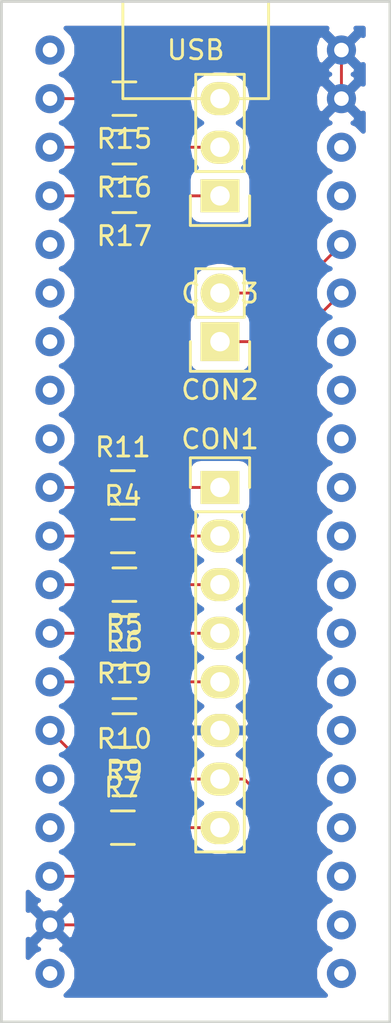
<source format=kicad_pcb>
(kicad_pcb (version 20171130) (host pcbnew 6.0.0-rc1-unknown-4eece52~66~ubuntu16.04.1)

  (general
    (thickness 1.6)
    (drawings 4)
    (tracks 40)
    (zones 0)
    (modules 15)
    (nets 24)
  )

  (page A4)
  (layers
    (0 F.Cu signal)
    (31 B.Cu signal)
    (32 B.Adhes user)
    (33 F.Adhes user)
    (34 B.Paste user)
    (35 F.Paste user)
    (36 B.SilkS user)
    (37 F.SilkS user)
    (38 B.Mask user)
    (39 F.Mask user)
    (40 Dwgs.User user)
    (41 Cmts.User user)
    (42 Eco1.User user)
    (43 Eco2.User user)
    (44 Edge.Cuts user)
    (45 Margin user)
    (46 B.CrtYd user)
    (47 F.CrtYd user)
    (48 B.Fab user)
    (49 F.Fab user)
  )

  (setup
    (last_trace_width 0.15)
    (trace_clearance 0.2)
    (zone_clearance 0.508)
    (zone_45_only no)
    (trace_min 0.1)
    (via_size 0.8)
    (via_drill 0.4)
    (via_min_size 0.4)
    (via_min_drill 0.3)
    (uvia_size 0.3)
    (uvia_drill 0.1)
    (uvias_allowed no)
    (uvia_min_size 0.2)
    (uvia_min_drill 0.1)
    (edge_width 0.4)
    (segment_width 0.2)
    (pcb_text_width 0.3)
    (pcb_text_size 1.5 1.5)
    (mod_edge_width 0.15)
    (mod_text_size 1 1)
    (mod_text_width 0.15)
    (pad_size 1.524 1.524)
    (pad_drill 0.762)
    (pad_to_mask_clearance 0.2)
    (solder_mask_min_width 0.25)
    (aux_axis_origin 0 0)
    (visible_elements FFFDFF7F)
    (pcbplotparams
      (layerselection 0x010fc_ffffffff)
      (usegerberextensions false)
      (usegerberattributes false)
      (usegerberadvancedattributes false)
      (creategerberjobfile false)
      (excludeedgelayer true)
      (linewidth 0.050000)
      (plotframeref false)
      (viasonmask false)
      (mode 1)
      (useauxorigin false)
      (hpglpennumber 1)
      (hpglpenspeed 20)
      (hpglpendiameter 15.000000)
      (psnegative false)
      (psa4output false)
      (plotreference true)
      (plotvalue true)
      (plotinvisibletext false)
      (padsonsilk false)
      (subtractmaskfromsilk false)
      (outputformat 1)
      (mirror false)
      (drillshape 0)
      (scaleselection 1)
      (outputdirectory ""))
  )

  (net 0 "")
  (net 1 /SCL_TO_TDA)
  (net 2 /SDA_TO_TDA)
  (net 3 /RESET_KA)
  (net 4 /STATUS_FROM_MCU)
  (net 5 /CLOCK_FROM_MCU)
  (net 6 /DATA_FROM_MCU)
  (net 7 /STATUS_TO_PANEL)
  (net 8 /DATA_TO_PANEL)
  (net 9 /CLOCK_TO_PANEL)
  (net 10 "Net-(R4-Pad1)")
  (net 11 "Net-(R5-Pad2)")
  (net 12 "Net-(R6-Pad1)")
  (net 13 "Net-(R10-Pad1)")
  (net 14 5V)
  (net 15 "Net-(R11-Pad1)")
  (net 16 "Net-(R15-Pad2)")
  (net 17 "Net-(R16-Pad2)")
  (net 18 "Net-(R17-Pad2)")
  (net 19 "Net-(R19-Pad2)")
  (net 20 "Net-(U1-Pad3V3)")
  (net 21 GND)
  (net 22 /SCL_FROM_MOTO)
  (net 23 /SDA_FROM_MOTO)

  (net_class Default "This is the default net class."
    (clearance 0.2)
    (trace_width 0.15)
    (via_dia 0.8)
    (via_drill 0.4)
    (uvia_dia 0.3)
    (uvia_drill 0.1)
    (add_net /CLOCK_FROM_MCU)
    (add_net /CLOCK_TO_PANEL)
    (add_net /DATA_FROM_MCU)
    (add_net /DATA_TO_PANEL)
    (add_net /RESET_KA)
    (add_net /SCL_FROM_MOTO)
    (add_net /SCL_TO_TDA)
    (add_net /SDA_FROM_MOTO)
    (add_net /SDA_TO_TDA)
    (add_net /STATUS_FROM_MCU)
    (add_net /STATUS_TO_PANEL)
    (add_net 5V)
    (add_net GND)
    (add_net "Net-(R10-Pad1)")
    (add_net "Net-(R11-Pad1)")
    (add_net "Net-(R15-Pad2)")
    (add_net "Net-(R16-Pad2)")
    (add_net "Net-(R17-Pad2)")
    (add_net "Net-(R19-Pad2)")
    (add_net "Net-(R4-Pad1)")
    (add_net "Net-(R5-Pad2)")
    (add_net "Net-(R6-Pad1)")
    (add_net "Net-(U1-Pad3V3)")
  )

  (net_class 3v3 ""
    (clearance 0.2)
    (trace_width 0.3)
    (via_dia 0.8)
    (via_drill 0.4)
    (uvia_dia 0.3)
    (uvia_drill 0.1)
  )

  (net_class 5V ""
    (clearance 0.2)
    (trace_width 0.3)
    (via_dia 0.8)
    (via_drill 0.4)
    (uvia_dia 0.3)
    (uvia_drill 0.1)
  )

  (net_class GND ""
    (clearance 0.2)
    (trace_width 0.3)
    (via_dia 0.8)
    (via_drill 0.4)
    (uvia_dia 0.3)
    (uvia_drill 0.1)
  )

  (module chinabluepill:ChinaBluePill (layer F.Cu) (tedit 5BA23A97) (tstamp 5BA3B3AB)
    (at 116.84 121.92)
    (path /5BA26621)
    (fp_text reference U1 (at 7.62 -25.4) (layer F.SilkS) hide
      (effects (font (size 1 1) (thickness 0.15)))
    )
    (fp_text value ChinaBluePill (at 7.62 -28.194) (layer F.Fab) hide
      (effects (font (size 1 1) (thickness 0.15)))
    )
    (fp_line (start -2.54 -50.8) (end 17.78 -50.8) (layer F.SilkS) (width 0.15))
    (fp_line (start 17.78 -50.8) (end 17.78 2.54) (layer F.SilkS) (width 0.15))
    (fp_line (start 17.78 2.54) (end -2.54 2.54) (layer F.SilkS) (width 0.15))
    (fp_line (start -2.54 2.54) (end -2.54 -50.8) (layer F.SilkS) (width 0.15))
    (fp_line (start 3.81 -50.8) (end 3.81 -45.72) (layer F.SilkS) (width 0.15))
    (fp_line (start 3.81 -45.72) (end 11.43 -45.72) (layer F.SilkS) (width 0.15))
    (fp_line (start 11.43 -45.72) (end 11.43 -50.8) (layer F.SilkS) (width 0.15))
    (fp_text user USB (at 7.62 -48.26) (layer F.SilkS)
      (effects (font (size 1 1) (thickness 0.15)))
    )
    (pad 3V3 thru_hole circle (at 0 0 90) (size 1.524 1.524) (drill 0.762) (layers *.Cu *.Mask)
      (net 20 "Net-(U1-Pad3V3)"))
    (pad GND thru_hole circle (at 0 -2.54 90) (size 1.524 1.524) (drill 0.762) (layers *.Cu *.Mask)
      (net 21 GND))
    (pad PB9 thru_hole circle (at 0 -7.62 90) (size 1.524 1.524) (drill 0.762) (layers *.Cu *.Mask))
    (pad PB8 thru_hole circle (at 0 -10.16 90) (size 1.524 1.524) (drill 0.762) (layers *.Cu *.Mask))
    (pad 5V thru_hole circle (at 0 -5.08 90) (size 1.524 1.524) (drill 0.762) (layers *.Cu *.Mask)
      (net 14 5V))
    (pad PB7 thru_hole circle (at 0 -12.7 90) (size 1.524 1.524) (drill 0.762) (layers *.Cu *.Mask)
      (net 13 "Net-(R10-Pad1)"))
    (pad PB6 thru_hole circle (at 0 -15.24 90) (size 1.524 1.524) (drill 0.762) (layers *.Cu *.Mask)
      (net 12 "Net-(R6-Pad1)"))
    (pad PB4 thru_hole circle (at 0 -20.32 90) (size 1.524 1.524) (drill 0.762) (layers *.Cu *.Mask)
      (net 11 "Net-(R5-Pad2)"))
    (pad PB5 thru_hole circle (at 0 -17.78 90) (size 1.524 1.524) (drill 0.762) (layers *.Cu *.Mask)
      (net 19 "Net-(R19-Pad2)"))
    (pad PB3 thru_hole circle (at 0 -22.86 90) (size 1.524 1.524) (drill 0.762) (layers *.Cu *.Mask)
      (net 10 "Net-(R4-Pad1)"))
    (pad PA15 thru_hole circle (at 0 -25.4 90) (size 1.524 1.524) (drill 0.762) (layers *.Cu *.Mask)
      (net 15 "Net-(R11-Pad1)"))
    (pad PA12 thru_hole circle (at 0 -27.94 90) (size 1.524 1.524) (drill 0.762) (layers *.Cu *.Mask))
    (pad PA10 thru_hole circle (at 0 -33.02 90) (size 1.524 1.524) (drill 0.762) (layers *.Cu *.Mask))
    (pad PA9 thru_hole circle (at 0 -35.56 90) (size 1.524 1.524) (drill 0.762) (layers *.Cu *.Mask))
    (pad PA11 thru_hole circle (at 0 -30.48 90) (size 1.524 1.524) (drill 0.762) (layers *.Cu *.Mask))
    (pad PA8 thru_hole circle (at 0 -38.1 90) (size 1.524 1.524) (drill 0.762) (layers *.Cu *.Mask))
    (pad PB15 thru_hole circle (at 0 -40.64 90) (size 1.524 1.524) (drill 0.762) (layers *.Cu *.Mask)
      (net 18 "Net-(R17-Pad2)"))
    (pad PB14 thru_hole circle (at 0 -43.18 90) (size 1.524 1.524) (drill 0.762) (layers *.Cu *.Mask)
      (net 17 "Net-(R16-Pad2)"))
    (pad PB13 thru_hole circle (at 0 -45.72 90) (size 1.524 1.524) (drill 0.762) (layers *.Cu *.Mask)
      (net 16 "Net-(R15-Pad2)"))
    (pad PB12 thru_hole circle (at 0 -48.26 90) (size 1.524 1.524) (drill 0.762) (layers *.Cu *.Mask))
    (pad PB0 thru_hole circle (at 15.24 -30.48 90) (size 1.524 1.524) (drill 0.762) (layers *.Cu *.Mask))
    (pad VBAT thru_hole circle (at 15.24 0 90) (size 1.524 1.524) (drill 0.762) (layers *.Cu *.Mask))
    (pad PA7 thru_hole circle (at 15.24 -27.94 90) (size 1.524 1.524) (drill 0.762) (layers *.Cu *.Mask))
    (pad PC13 thru_hole circle (at 15.24 -2.54 90) (size 1.524 1.524) (drill 0.762) (layers *.Cu *.Mask))
    (pad PA2 thru_hole circle (at 15.24 -15.24 90) (size 1.524 1.524) (drill 0.762) (layers *.Cu *.Mask))
    (pad PA0 thru_hole circle (at 15.24 -10.16 90) (size 1.524 1.524) (drill 0.762) (layers *.Cu *.Mask))
    (pad PC14 thru_hole circle (at 15.24 -5.08 90) (size 1.524 1.524) (drill 0.762) (layers *.Cu *.Mask))
    (pad PB1 thru_hole circle (at 15.24 -33.02 90) (size 1.524 1.524) (drill 0.762) (layers *.Cu *.Mask))
    (pad PA1 thru_hole circle (at 15.24 -12.7 90) (size 1.524 1.524) (drill 0.762) (layers *.Cu *.Mask))
    (pad PA6 thru_hole circle (at 15.24 -25.4 90) (size 1.524 1.524) (drill 0.762) (layers *.Cu *.Mask))
    (pad PA4 thru_hole circle (at 15.24 -20.32 90) (size 1.524 1.524) (drill 0.762) (layers *.Cu *.Mask))
    (pad 3V3 thru_hole circle (at 15.24 -43.18 90) (size 1.524 1.524) (drill 0.762) (layers *.Cu *.Mask)
      (net 20 "Net-(U1-Pad3V3)"))
    (pad PB11 thru_hole circle (at 15.24 -38.1 90) (size 1.524 1.524) (drill 0.762) (layers *.Cu *.Mask)
      (net 2 /SDA_TO_TDA))
    (pad NRST thru_hole circle (at 15.24 -40.64 90) (size 1.524 1.524) (drill 0.762) (layers *.Cu *.Mask))
    (pad PA5 thru_hole circle (at 15.24 -22.86 90) (size 1.524 1.524) (drill 0.762) (layers *.Cu *.Mask))
    (pad GND thru_hole circle (at 15.24 -45.72 90) (size 1.524 1.524) (drill 0.762) (layers *.Cu *.Mask)
      (net 21 GND))
    (pad PC15 thru_hole circle (at 15.24 -7.62 90) (size 1.524 1.524) (drill 0.762) (layers *.Cu *.Mask))
    (pad PA3 thru_hole circle (at 15.24 -17.78 90) (size 1.524 1.524) (drill 0.762) (layers *.Cu *.Mask))
    (pad PB10 thru_hole circle (at 15.24 -35.56 90) (size 1.524 1.524) (drill 0.762) (layers *.Cu *.Mask)
      (net 1 /SCL_TO_TDA))
    (pad GND thru_hole circle (at 15.24 -48.26 90) (size 1.524 1.524) (drill 0.762) (layers *.Cu *.Mask)
      (net 21 GND))
  )

  (module Pin_Headers.pretty:Pin_Header_Straight_1x02 (layer F.Cu) (tedit 54EA090C) (tstamp 5BA3AE63)
    (at 125.73 88.9 180)
    (descr "Through hole pin header")
    (tags "pin header")
    (path /5AD00379)
    (fp_text reference CON1 (at 0 -5.1 180) (layer F.SilkS)
      (effects (font (size 1 1) (thickness 0.15)))
    )
    (fp_text value I2C_to_TDA (at 0 -3.1 180) (layer F.Fab)
      (effects (font (size 1 1) (thickness 0.15)))
    )
    (fp_line (start 1.27 1.27) (end 1.27 3.81) (layer F.SilkS) (width 0.15))
    (fp_line (start 1.55 -1.55) (end 1.55 0) (layer F.SilkS) (width 0.15))
    (fp_line (start -1.75 -1.75) (end -1.75 4.3) (layer F.CrtYd) (width 0.05))
    (fp_line (start 1.75 -1.75) (end 1.75 4.3) (layer F.CrtYd) (width 0.05))
    (fp_line (start -1.75 -1.75) (end 1.75 -1.75) (layer F.CrtYd) (width 0.05))
    (fp_line (start -1.75 4.3) (end 1.75 4.3) (layer F.CrtYd) (width 0.05))
    (fp_line (start 1.27 1.27) (end -1.27 1.27) (layer F.SilkS) (width 0.15))
    (fp_line (start -1.55 0) (end -1.55 -1.55) (layer F.SilkS) (width 0.15))
    (fp_line (start -1.55 -1.55) (end 1.55 -1.55) (layer F.SilkS) (width 0.15))
    (fp_line (start -1.27 1.27) (end -1.27 3.81) (layer F.SilkS) (width 0.15))
    (fp_line (start -1.27 3.81) (end 1.27 3.81) (layer F.SilkS) (width 0.15))
    (pad 1 thru_hole rect (at 0 0 180) (size 2.032 2.032) (drill 1.016) (layers *.Cu *.Mask F.SilkS)
      (net 1 /SCL_TO_TDA))
    (pad 2 thru_hole oval (at 0 2.54 180) (size 2.032 2.032) (drill 1.016) (layers *.Cu *.Mask F.SilkS)
      (net 2 /SDA_TO_TDA))
    (model Pin_Headers.3dshapes/Pin_Header_Straight_1x02.wrl
      (offset (xyz 0 -1.269999980926514 0))
      (scale (xyz 1 1 1))
      (rotate (xyz 0 0 90))
    )
  )

  (module Pin_Headers.pretty:Pin_Header_Straight_1x03 (layer F.Cu) (tedit 0) (tstamp 5BA3AE88)
    (at 125.73 81.28 180)
    (descr "Through hole pin header")
    (tags "pin header")
    (path /5ADF8417)
    (fp_text reference CON3 (at 0 -5.1 180) (layer F.SilkS)
      (effects (font (size 1 1) (thickness 0.15)))
    )
    (fp_text value SPI_TO_PANEL (at 0 -3.1 180) (layer F.Fab)
      (effects (font (size 1 1) (thickness 0.15)))
    )
    (fp_line (start -1.75 -1.75) (end -1.75 6.85) (layer F.CrtYd) (width 0.05))
    (fp_line (start 1.75 -1.75) (end 1.75 6.85) (layer F.CrtYd) (width 0.05))
    (fp_line (start -1.75 -1.75) (end 1.75 -1.75) (layer F.CrtYd) (width 0.05))
    (fp_line (start -1.75 6.85) (end 1.75 6.85) (layer F.CrtYd) (width 0.05))
    (fp_line (start -1.27 1.27) (end -1.27 6.35) (layer F.SilkS) (width 0.15))
    (fp_line (start -1.27 6.35) (end 1.27 6.35) (layer F.SilkS) (width 0.15))
    (fp_line (start 1.27 6.35) (end 1.27 1.27) (layer F.SilkS) (width 0.15))
    (fp_line (start 1.55 -1.55) (end 1.55 0) (layer F.SilkS) (width 0.15))
    (fp_line (start 1.27 1.27) (end -1.27 1.27) (layer F.SilkS) (width 0.15))
    (fp_line (start -1.55 0) (end -1.55 -1.55) (layer F.SilkS) (width 0.15))
    (fp_line (start -1.55 -1.55) (end 1.55 -1.55) (layer F.SilkS) (width 0.15))
    (pad 1 thru_hole rect (at 0 0 180) (size 2.032 1.7272) (drill 1.016) (layers *.Cu *.Mask F.SilkS)
      (net 7 /STATUS_TO_PANEL))
    (pad 2 thru_hole oval (at 0 2.54 180) (size 2.032 1.7272) (drill 1.016) (layers *.Cu *.Mask F.SilkS)
      (net 8 /DATA_TO_PANEL))
    (pad 3 thru_hole oval (at 0 5.08 180) (size 2.032 1.7272) (drill 1.016) (layers *.Cu *.Mask F.SilkS)
      (net 9 /CLOCK_TO_PANEL))
    (model Pin_Headers.3dshapes/Pin_Header_Straight_1x03.wrl
      (offset (xyz 0 -2.539999961853027 0))
      (scale (xyz 1 1 1))
      (rotate (xyz 0 0 90))
    )
  )

  (module Resistors_SMD.pretty:R_0805_HandSoldering (layer F.Cu) (tedit 54189DEE) (tstamp 5BA3B916)
    (at 120.65 99.06)
    (descr "Resistor SMD 0805, hand soldering")
    (tags "resistor 0805")
    (path /5AD026E6)
    (attr smd)
    (fp_text reference R4 (at 0 -2.1) (layer F.SilkS)
      (effects (font (size 1 1) (thickness 0.15)))
    )
    (fp_text value 1k (at 0 2.1) (layer F.Fab)
      (effects (font (size 1 1) (thickness 0.15)))
    )
    (fp_line (start -0.6 -0.875) (end 0.6 -0.875) (layer F.SilkS) (width 0.15))
    (fp_line (start 0.6 0.875) (end -0.6 0.875) (layer F.SilkS) (width 0.15))
    (fp_line (start 2.4 -1) (end 2.4 1) (layer F.CrtYd) (width 0.05))
    (fp_line (start -2.4 -1) (end -2.4 1) (layer F.CrtYd) (width 0.05))
    (fp_line (start -2.4 1) (end 2.4 1) (layer F.CrtYd) (width 0.05))
    (fp_line (start -2.4 -1) (end 2.4 -1) (layer F.CrtYd) (width 0.05))
    (pad 2 smd rect (at 1.35 0) (size 1.5 1.3) (layers F.Cu F.Paste F.Mask)
      (net 5 /CLOCK_FROM_MCU))
    (pad 1 smd rect (at -1.35 0) (size 1.5 1.3) (layers F.Cu F.Paste F.Mask)
      (net 10 "Net-(R4-Pad1)"))
    (model Resistors_SMD.3dshapes/R_0805_HandSoldering.wrl
      (at (xyz 0 0 0))
      (scale (xyz 1 1 1))
      (rotate (xyz 0 0 0))
    )
  )

  (module Resistors_SMD.pretty:R_0805_HandSoldering (layer F.Cu) (tedit 54189DEE) (tstamp 5BA3AEA0)
    (at 120.73 101.6 180)
    (descr "Resistor SMD 0805, hand soldering")
    (tags "resistor 0805")
    (path /5AD033F9)
    (attr smd)
    (fp_text reference R5 (at 0 -2.1 180) (layer F.SilkS)
      (effects (font (size 1 1) (thickness 0.15)))
    )
    (fp_text value 1k (at 0 2.1 180) (layer F.Fab)
      (effects (font (size 1 1) (thickness 0.15)))
    )
    (fp_line (start -2.4 -1) (end 2.4 -1) (layer F.CrtYd) (width 0.05))
    (fp_line (start -2.4 1) (end 2.4 1) (layer F.CrtYd) (width 0.05))
    (fp_line (start -2.4 -1) (end -2.4 1) (layer F.CrtYd) (width 0.05))
    (fp_line (start 2.4 -1) (end 2.4 1) (layer F.CrtYd) (width 0.05))
    (fp_line (start 0.6 0.875) (end -0.6 0.875) (layer F.SilkS) (width 0.15))
    (fp_line (start -0.6 -0.875) (end 0.6 -0.875) (layer F.SilkS) (width 0.15))
    (pad 1 smd rect (at -1.35 0 180) (size 1.5 1.3) (layers F.Cu F.Paste F.Mask)
      (net 6 /DATA_FROM_MCU))
    (pad 2 smd rect (at 1.35 0 180) (size 1.5 1.3) (layers F.Cu F.Paste F.Mask)
      (net 11 "Net-(R5-Pad2)"))
    (model Resistors_SMD.3dshapes/R_0805_HandSoldering.wrl
      (at (xyz 0 0 0))
      (scale (xyz 1 1 1))
      (rotate (xyz 0 0 0))
    )
  )

  (module Resistors_SMD.pretty:R_0805_HandSoldering (layer F.Cu) (tedit 54189DEE) (tstamp 5BA3AEAC)
    (at 120.73 106.68)
    (descr "Resistor SMD 0805, hand soldering")
    (tags "resistor 0805")
    (path /5AD00BD8)
    (attr smd)
    (fp_text reference R6 (at 0 -2.1) (layer F.SilkS)
      (effects (font (size 1 1) (thickness 0.15)))
    )
    (fp_text value 1k (at 0 2.1) (layer F.Fab)
      (effects (font (size 1 1) (thickness 0.15)))
    )
    (fp_line (start -2.4 -1) (end 2.4 -1) (layer F.CrtYd) (width 0.05))
    (fp_line (start -2.4 1) (end 2.4 1) (layer F.CrtYd) (width 0.05))
    (fp_line (start -2.4 -1) (end -2.4 1) (layer F.CrtYd) (width 0.05))
    (fp_line (start 2.4 -1) (end 2.4 1) (layer F.CrtYd) (width 0.05))
    (fp_line (start 0.6 0.875) (end -0.6 0.875) (layer F.SilkS) (width 0.15))
    (fp_line (start -0.6 -0.875) (end 0.6 -0.875) (layer F.SilkS) (width 0.15))
    (pad 1 smd rect (at -1.35 0) (size 1.5 1.3) (layers F.Cu F.Paste F.Mask)
      (net 12 "Net-(R6-Pad1)"))
    (pad 2 smd rect (at 1.35 0) (size 1.5 1.3) (layers F.Cu F.Paste F.Mask)
      (net 22 /SCL_FROM_MOTO))
    (model Resistors_SMD.3dshapes/R_0805_HandSoldering.wrl
      (at (xyz 0 0 0))
      (scale (xyz 1 1 1))
      (rotate (xyz 0 0 0))
    )
  )

  (module Resistors_SMD.pretty:R_0805_HandSoldering (layer F.Cu) (tedit 54189DEE) (tstamp 5BA3AEB8)
    (at 120.65 114.3)
    (descr "Resistor SMD 0805, hand soldering")
    (tags "resistor 0805")
    (path /5AD00C73)
    (attr smd)
    (fp_text reference R7 (at 0 -2.1) (layer F.SilkS)
      (effects (font (size 1 1) (thickness 0.15)))
    )
    (fp_text value 1k (at 0 2.1) (layer F.Fab)
      (effects (font (size 1 1) (thickness 0.15)))
    )
    (fp_line (start -0.6 -0.875) (end 0.6 -0.875) (layer F.SilkS) (width 0.15))
    (fp_line (start 0.6 0.875) (end -0.6 0.875) (layer F.SilkS) (width 0.15))
    (fp_line (start 2.4 -1) (end 2.4 1) (layer F.CrtYd) (width 0.05))
    (fp_line (start -2.4 -1) (end -2.4 1) (layer F.CrtYd) (width 0.05))
    (fp_line (start -2.4 1) (end 2.4 1) (layer F.CrtYd) (width 0.05))
    (fp_line (start -2.4 -1) (end 2.4 -1) (layer F.CrtYd) (width 0.05))
    (pad 2 smd rect (at 1.35 0) (size 1.5 1.3) (layers F.Cu F.Paste F.Mask)
      (net 23 /SDA_FROM_MOTO))
    (pad 1 smd rect (at -1.35 0) (size 1.5 1.3) (layers F.Cu F.Paste F.Mask)
      (net 13 "Net-(R10-Pad1)"))
    (model Resistors_SMD.3dshapes/R_0805_HandSoldering.wrl
      (at (xyz 0 0 0))
      (scale (xyz 1 1 1))
      (rotate (xyz 0 0 0))
    )
  )

  (module Resistors_SMD.pretty:R_0805_HandSoldering (layer F.Cu) (tedit 54189DEE) (tstamp 5BA3AEC4)
    (at 120.73 109.22 180)
    (descr "Resistor SMD 0805, hand soldering")
    (tags "resistor 0805")
    (path /5AD018B6)
    (attr smd)
    (fp_text reference R9 (at 0 -2.1 180) (layer F.SilkS)
      (effects (font (size 1 1) (thickness 0.15)))
    )
    (fp_text value 47k (at 0 2.1 180) (layer F.Fab)
      (effects (font (size 1 1) (thickness 0.15)))
    )
    (fp_line (start -2.4 -1) (end 2.4 -1) (layer F.CrtYd) (width 0.05))
    (fp_line (start -2.4 1) (end 2.4 1) (layer F.CrtYd) (width 0.05))
    (fp_line (start -2.4 -1) (end -2.4 1) (layer F.CrtYd) (width 0.05))
    (fp_line (start 2.4 -1) (end 2.4 1) (layer F.CrtYd) (width 0.05))
    (fp_line (start 0.6 0.875) (end -0.6 0.875) (layer F.SilkS) (width 0.15))
    (fp_line (start -0.6 -0.875) (end 0.6 -0.875) (layer F.SilkS) (width 0.15))
    (pad 1 smd rect (at -1.35 0 180) (size 1.5 1.3) (layers F.Cu F.Paste F.Mask)
      (net 14 5V))
    (pad 2 smd rect (at 1.35 0 180) (size 1.5 1.3) (layers F.Cu F.Paste F.Mask)
      (net 12 "Net-(R6-Pad1)"))
    (model Resistors_SMD.3dshapes/R_0805_HandSoldering.wrl
      (at (xyz 0 0 0))
      (scale (xyz 1 1 1))
      (rotate (xyz 0 0 0))
    )
  )

  (module Resistors_SMD.pretty:R_0805_HandSoldering (layer F.Cu) (tedit 54189DEE) (tstamp 5BA3AED0)
    (at 120.73 111.76)
    (descr "Resistor SMD 0805, hand soldering")
    (tags "resistor 0805")
    (path /5AD0191E)
    (attr smd)
    (fp_text reference R10 (at 0 -2.1) (layer F.SilkS)
      (effects (font (size 1 1) (thickness 0.15)))
    )
    (fp_text value 47k (at 0 2.1) (layer F.Fab)
      (effects (font (size 1 1) (thickness 0.15)))
    )
    (fp_line (start -0.6 -0.875) (end 0.6 -0.875) (layer F.SilkS) (width 0.15))
    (fp_line (start 0.6 0.875) (end -0.6 0.875) (layer F.SilkS) (width 0.15))
    (fp_line (start 2.4 -1) (end 2.4 1) (layer F.CrtYd) (width 0.05))
    (fp_line (start -2.4 -1) (end -2.4 1) (layer F.CrtYd) (width 0.05))
    (fp_line (start -2.4 1) (end 2.4 1) (layer F.CrtYd) (width 0.05))
    (fp_line (start -2.4 -1) (end 2.4 -1) (layer F.CrtYd) (width 0.05))
    (pad 2 smd rect (at 1.35 0) (size 1.5 1.3) (layers F.Cu F.Paste F.Mask)
      (net 14 5V))
    (pad 1 smd rect (at -1.35 0) (size 1.5 1.3) (layers F.Cu F.Paste F.Mask)
      (net 13 "Net-(R10-Pad1)"))
    (model Resistors_SMD.3dshapes/R_0805_HandSoldering.wrl
      (at (xyz 0 0 0))
      (scale (xyz 1 1 1))
      (rotate (xyz 0 0 0))
    )
  )

  (module Resistors_SMD.pretty:R_0805_HandSoldering (layer F.Cu) (tedit 54189DEE) (tstamp 5BA3AEDC)
    (at 120.65 96.52)
    (descr "Resistor SMD 0805, hand soldering")
    (tags "resistor 0805")
    (path /5AD0203D)
    (attr smd)
    (fp_text reference R11 (at 0 -2.1) (layer F.SilkS)
      (effects (font (size 1 1) (thickness 0.15)))
    )
    (fp_text value 1k (at 0 2.1) (layer F.Fab)
      (effects (font (size 1 1) (thickness 0.15)))
    )
    (fp_line (start -2.4 -1) (end 2.4 -1) (layer F.CrtYd) (width 0.05))
    (fp_line (start -2.4 1) (end 2.4 1) (layer F.CrtYd) (width 0.05))
    (fp_line (start -2.4 -1) (end -2.4 1) (layer F.CrtYd) (width 0.05))
    (fp_line (start 2.4 -1) (end 2.4 1) (layer F.CrtYd) (width 0.05))
    (fp_line (start 0.6 0.875) (end -0.6 0.875) (layer F.SilkS) (width 0.15))
    (fp_line (start -0.6 -0.875) (end 0.6 -0.875) (layer F.SilkS) (width 0.15))
    (pad 1 smd rect (at -1.35 0) (size 1.5 1.3) (layers F.Cu F.Paste F.Mask)
      (net 15 "Net-(R11-Pad1)"))
    (pad 2 smd rect (at 1.35 0) (size 1.5 1.3) (layers F.Cu F.Paste F.Mask)
      (net 4 /STATUS_FROM_MCU))
    (model Resistors_SMD.3dshapes/R_0805_HandSoldering.wrl
      (at (xyz 0 0 0))
      (scale (xyz 1 1 1))
      (rotate (xyz 0 0 0))
    )
  )

  (module Resistors_SMD.pretty:R_0805_HandSoldering (layer F.Cu) (tedit 54189DEE) (tstamp 5BA3AEE8)
    (at 120.73 76.2 180)
    (descr "Resistor SMD 0805, hand soldering")
    (tags "resistor 0805")
    (path /5AE4CC42)
    (attr smd)
    (fp_text reference R15 (at 0 -2.1 180) (layer F.SilkS)
      (effects (font (size 1 1) (thickness 0.15)))
    )
    (fp_text value 1k (at 0 2.1 180) (layer F.Fab)
      (effects (font (size 1 1) (thickness 0.15)))
    )
    (fp_line (start -0.6 -0.875) (end 0.6 -0.875) (layer F.SilkS) (width 0.15))
    (fp_line (start 0.6 0.875) (end -0.6 0.875) (layer F.SilkS) (width 0.15))
    (fp_line (start 2.4 -1) (end 2.4 1) (layer F.CrtYd) (width 0.05))
    (fp_line (start -2.4 -1) (end -2.4 1) (layer F.CrtYd) (width 0.05))
    (fp_line (start -2.4 1) (end 2.4 1) (layer F.CrtYd) (width 0.05))
    (fp_line (start -2.4 -1) (end 2.4 -1) (layer F.CrtYd) (width 0.05))
    (pad 2 smd rect (at 1.35 0 180) (size 1.5 1.3) (layers F.Cu F.Paste F.Mask)
      (net 16 "Net-(R15-Pad2)"))
    (pad 1 smd rect (at -1.35 0 180) (size 1.5 1.3) (layers F.Cu F.Paste F.Mask)
      (net 9 /CLOCK_TO_PANEL))
    (model Resistors_SMD.3dshapes/R_0805_HandSoldering.wrl
      (at (xyz 0 0 0))
      (scale (xyz 1 1 1))
      (rotate (xyz 0 0 0))
    )
  )

  (module Resistors_SMD.pretty:R_0805_HandSoldering (layer F.Cu) (tedit 54189DEE) (tstamp 5BA3AEF4)
    (at 120.73 78.74 180)
    (descr "Resistor SMD 0805, hand soldering")
    (tags "resistor 0805")
    (path /5AE4CCFC)
    (attr smd)
    (fp_text reference R16 (at 0 -2.1 180) (layer F.SilkS)
      (effects (font (size 1 1) (thickness 0.15)))
    )
    (fp_text value 1k (at 0 2.1 180) (layer F.Fab)
      (effects (font (size 1 1) (thickness 0.15)))
    )
    (fp_line (start -2.4 -1) (end 2.4 -1) (layer F.CrtYd) (width 0.05))
    (fp_line (start -2.4 1) (end 2.4 1) (layer F.CrtYd) (width 0.05))
    (fp_line (start -2.4 -1) (end -2.4 1) (layer F.CrtYd) (width 0.05))
    (fp_line (start 2.4 -1) (end 2.4 1) (layer F.CrtYd) (width 0.05))
    (fp_line (start 0.6 0.875) (end -0.6 0.875) (layer F.SilkS) (width 0.15))
    (fp_line (start -0.6 -0.875) (end 0.6 -0.875) (layer F.SilkS) (width 0.15))
    (pad 1 smd rect (at -1.35 0 180) (size 1.5 1.3) (layers F.Cu F.Paste F.Mask)
      (net 8 /DATA_TO_PANEL))
    (pad 2 smd rect (at 1.35 0 180) (size 1.5 1.3) (layers F.Cu F.Paste F.Mask)
      (net 17 "Net-(R16-Pad2)"))
    (model Resistors_SMD.3dshapes/R_0805_HandSoldering.wrl
      (at (xyz 0 0 0))
      (scale (xyz 1 1 1))
      (rotate (xyz 0 0 0))
    )
  )

  (module Resistors_SMD.pretty:R_0805_HandSoldering (layer F.Cu) (tedit 54189DEE) (tstamp 5BA3AF00)
    (at 120.73 81.28 180)
    (descr "Resistor SMD 0805, hand soldering")
    (tags "resistor 0805")
    (path /5AE4CD58)
    (attr smd)
    (fp_text reference R17 (at 0 -2.1 180) (layer F.SilkS)
      (effects (font (size 1 1) (thickness 0.15)))
    )
    (fp_text value 1k (at 0 2.1 180) (layer F.Fab)
      (effects (font (size 1 1) (thickness 0.15)))
    )
    (fp_line (start -0.6 -0.875) (end 0.6 -0.875) (layer F.SilkS) (width 0.15))
    (fp_line (start 0.6 0.875) (end -0.6 0.875) (layer F.SilkS) (width 0.15))
    (fp_line (start 2.4 -1) (end 2.4 1) (layer F.CrtYd) (width 0.05))
    (fp_line (start -2.4 -1) (end -2.4 1) (layer F.CrtYd) (width 0.05))
    (fp_line (start -2.4 1) (end 2.4 1) (layer F.CrtYd) (width 0.05))
    (fp_line (start -2.4 -1) (end 2.4 -1) (layer F.CrtYd) (width 0.05))
    (pad 2 smd rect (at 1.35 0 180) (size 1.5 1.3) (layers F.Cu F.Paste F.Mask)
      (net 18 "Net-(R17-Pad2)"))
    (pad 1 smd rect (at -1.35 0 180) (size 1.5 1.3) (layers F.Cu F.Paste F.Mask)
      (net 7 /STATUS_TO_PANEL))
    (model Resistors_SMD.3dshapes/R_0805_HandSoldering.wrl
      (at (xyz 0 0 0))
      (scale (xyz 1 1 1))
      (rotate (xyz 0 0 0))
    )
  )

  (module Resistors_SMD.pretty:R_0805_HandSoldering (layer F.Cu) (tedit 54189DEE) (tstamp 5BA3C14A)
    (at 120.73 104.14 180)
    (descr "Resistor SMD 0805, hand soldering")
    (tags "resistor 0805")
    (path /5B26E22F)
    (attr smd)
    (fp_text reference R19 (at 0 -2.1 180) (layer F.SilkS)
      (effects (font (size 1 1) (thickness 0.15)))
    )
    (fp_text value 1k (at 0 2.1 180) (layer F.Fab)
      (effects (font (size 1 1) (thickness 0.15)))
    )
    (fp_line (start -2.4 -1) (end 2.4 -1) (layer F.CrtYd) (width 0.05))
    (fp_line (start -2.4 1) (end 2.4 1) (layer F.CrtYd) (width 0.05))
    (fp_line (start -2.4 -1) (end -2.4 1) (layer F.CrtYd) (width 0.05))
    (fp_line (start 2.4 -1) (end 2.4 1) (layer F.CrtYd) (width 0.05))
    (fp_line (start 0.6 0.875) (end -0.6 0.875) (layer F.SilkS) (width 0.15))
    (fp_line (start -0.6 -0.875) (end 0.6 -0.875) (layer F.SilkS) (width 0.15))
    (pad 1 smd rect (at -1.35 0 180) (size 1.5 1.3) (layers F.Cu F.Paste F.Mask)
      (net 3 /RESET_KA))
    (pad 2 smd rect (at 1.35 0 180) (size 1.5 1.3) (layers F.Cu F.Paste F.Mask)
      (net 19 "Net-(R19-Pad2)"))
    (model Resistors_SMD.3dshapes/R_0805_HandSoldering.wrl
      (at (xyz 0 0 0))
      (scale (xyz 1 1 1))
      (rotate (xyz 0 0 0))
    )
  )

  (module Pin_Headers.pretty:Pin_Header_Straight_1x08 (layer F.Cu) (tedit 0) (tstamp 5BA3B868)
    (at 125.73 96.52)
    (descr "Through hole pin header")
    (tags "pin header")
    (path /5BA92B72)
    (fp_text reference CON2 (at 0 -5.1) (layer F.SilkS)
      (effects (font (size 1 1) (thickness 0.15)))
    )
    (fp_text value SPI_TO_PANEL (at 0 -3.1) (layer F.Fab)
      (effects (font (size 1 1) (thickness 0.15)))
    )
    (fp_line (start -1.75 -1.75) (end -1.75 19.55) (layer F.CrtYd) (width 0.05))
    (fp_line (start 1.75 -1.75) (end 1.75 19.55) (layer F.CrtYd) (width 0.05))
    (fp_line (start -1.75 -1.75) (end 1.75 -1.75) (layer F.CrtYd) (width 0.05))
    (fp_line (start -1.75 19.55) (end 1.75 19.55) (layer F.CrtYd) (width 0.05))
    (fp_line (start 1.27 1.27) (end 1.27 19.05) (layer F.SilkS) (width 0.15))
    (fp_line (start 1.27 19.05) (end -1.27 19.05) (layer F.SilkS) (width 0.15))
    (fp_line (start -1.27 19.05) (end -1.27 1.27) (layer F.SilkS) (width 0.15))
    (fp_line (start 1.55 -1.55) (end 1.55 0) (layer F.SilkS) (width 0.15))
    (fp_line (start 1.27 1.27) (end -1.27 1.27) (layer F.SilkS) (width 0.15))
    (fp_line (start -1.55 0) (end -1.55 -1.55) (layer F.SilkS) (width 0.15))
    (fp_line (start -1.55 -1.55) (end 1.55 -1.55) (layer F.SilkS) (width 0.15))
    (pad 1 thru_hole rect (at 0 0) (size 2.032 1.7272) (drill 1.016) (layers *.Cu *.Mask F.SilkS)
      (net 4 /STATUS_FROM_MCU))
    (pad 2 thru_hole oval (at 0 2.54) (size 2.032 1.7272) (drill 1.016) (layers *.Cu *.Mask F.SilkS)
      (net 5 /CLOCK_FROM_MCU))
    (pad 3 thru_hole oval (at 0 5.08) (size 2.032 1.7272) (drill 1.016) (layers *.Cu *.Mask F.SilkS)
      (net 6 /DATA_FROM_MCU))
    (pad 4 thru_hole oval (at 0 7.62) (size 2.032 1.7272) (drill 1.016) (layers *.Cu *.Mask F.SilkS)
      (net 3 /RESET_KA))
    (pad 5 thru_hole oval (at 0 10.16) (size 2.032 1.7272) (drill 1.016) (layers *.Cu *.Mask F.SilkS)
      (net 22 /SCL_FROM_MOTO))
    (pad 6 thru_hole oval (at 0 12.7) (size 2.032 1.7272) (drill 1.016) (layers *.Cu *.Mask F.SilkS)
      (net 21 GND))
    (pad 7 thru_hole oval (at 0 15.24) (size 2.032 1.7272) (drill 1.016) (layers *.Cu *.Mask F.SilkS)
      (net 14 5V))
    (pad 8 thru_hole oval (at 0 17.78) (size 2.032 1.7272) (drill 1.016) (layers *.Cu *.Mask F.SilkS)
      (net 23 /SDA_FROM_MOTO))
    (model Pin_Headers.3dshapes/Pin_Header_Straight_1x08.wrl
      (offset (xyz 0 -8.889999866485596 0))
      (scale (xyz 1 1 1))
      (rotate (xyz 0 0 90))
    )
  )

  (gr_line (start 114.3 124.46) (end 114.3 71.12) (layer Edge.Cuts) (width 0.15))
  (gr_line (start 134.62 124.46) (end 114.3 124.46) (layer Edge.Cuts) (width 0.15))
  (gr_line (start 134.62 71.12) (end 134.62 124.46) (layer Edge.Cuts) (width 0.15))
  (gr_line (start 114.3 71.12) (end 134.62 71.12) (layer Edge.Cuts) (width 0.15))

  (segment (start 129.54 88.9) (end 132.08 86.36) (width 0.15) (layer F.Cu) (net 1))
  (segment (start 125.73 88.9) (end 129.54 88.9) (width 0.15) (layer F.Cu) (net 1))
  (segment (start 129.54 86.36) (end 132.08 83.82) (width 0.15) (layer F.Cu) (net 2))
  (segment (start 125.73 86.36) (end 129.54 86.36) (width 0.15) (layer F.Cu) (net 2))
  (segment (start 122.08 104.14) (end 125.73 104.14) (width 0.15) (layer F.Cu) (net 3))
  (segment (start 122 96.52) (end 125.73 96.52) (width 0.15) (layer F.Cu) (net 4))
  (segment (start 125.73 99.06) (end 122 99.06) (width 0.15) (layer F.Cu) (net 5))
  (segment (start 122.08 101.6) (end 125.73 101.6) (width 0.15) (layer F.Cu) (net 6))
  (segment (start 122.08 81.28) (end 125.73 81.28) (width 0.15) (layer F.Cu) (net 7))
  (segment (start 125.73 78.74) (end 122.08 78.74) (width 0.15) (layer F.Cu) (net 8))
  (segment (start 122.08 76.2) (end 125.73 76.2) (width 0.15) (layer F.Cu) (net 9))
  (segment (start 116.84 99.06) (end 119.3 99.06) (width 0.15) (layer F.Cu) (net 10))
  (segment (start 116.84 101.6) (end 119.38 101.6) (width 0.15) (layer F.Cu) (net 11))
  (segment (start 116.84 106.68) (end 119.3 106.68) (width 0.15) (layer F.Cu) (net 12))
  (segment (start 119.3 109.14) (end 119.22 109.22) (width 0.15) (layer F.Cu) (net 12))
  (segment (start 119.3 106.68) (end 119.3 109.14) (width 0.15) (layer F.Cu) (net 12))
  (segment (start 116.84 109.22) (end 119.38 111.76) (width 0.15) (layer F.Cu) (net 13))
  (segment (start 119.38 114.22) (end 119.3 114.3) (width 0.15) (layer F.Cu) (net 13))
  (segment (start 119.38 111.76) (end 119.38 114.22) (width 0.15) (layer F.Cu) (net 13))
  (segment (start 116.84 116.84) (end 127 116.84) (width 0.15) (layer F.Cu) (net 14))
  (segment (start 127 116.84) (end 128.27 115.57) (width 0.15) (layer F.Cu) (net 14))
  (segment (start 128.27 115.57) (end 128.27 113.03) (width 0.15) (layer F.Cu) (net 14))
  (segment (start 127 111.76) (end 125.73 111.76) (width 0.15) (layer F.Cu) (net 14))
  (segment (start 128.27 113.03) (end 127 111.76) (width 0.15) (layer F.Cu) (net 14))
  (segment (start 122.08 109.38) (end 121.92 109.22) (width 0.15) (layer F.Cu) (net 14))
  (segment (start 122.08 111.76) (end 122.08 109.38) (width 0.15) (layer F.Cu) (net 14))
  (segment (start 122.08 111.76) (end 125.73 111.76) (width 0.15) (layer F.Cu) (net 14))
  (segment (start 119.3 96.52) (end 116.84 96.52) (width 0.15) (layer F.Cu) (net 15))
  (segment (start 119.38 76.2) (end 116.84 76.2) (width 0.15) (layer F.Cu) (net 16))
  (segment (start 116.84 78.74) (end 119.38 78.74) (width 0.15) (layer F.Cu) (net 17))
  (segment (start 119.38 81.28) (end 116.84 81.28) (width 0.15) (layer F.Cu) (net 18))
  (segment (start 119.38 104.14) (end 116.84 104.14) (width 0.15) (layer F.Cu) (net 19))
  (segment (start 129.54 111.76) (end 129.54 116.84) (width 0.15) (layer F.Cu) (net 21))
  (segment (start 127 119.38) (end 116.84 119.38) (width 0.15) (layer F.Cu) (net 21))
  (segment (start 129.54 116.84) (end 127 119.38) (width 0.15) (layer F.Cu) (net 21))
  (segment (start 132.08 73.66) (end 132.08 76.2) (width 0.15) (layer F.Cu) (net 21))
  (segment (start 125.73 109.22) (end 127 109.22) (width 0.15) (layer F.Cu) (net 21) (status 1000000))
  (segment (start 127 109.22) (end 129.54 111.76) (width 0.15) (layer F.Cu) (net 21) (status 1000000))
  (segment (start 125.73 106.68) (end 122.08 106.68) (width 0.15) (layer F.Cu) (net 22))
  (segment (start 122 114.3) (end 125.73 114.3) (width 0.15) (layer F.Cu) (net 23))

  (zone (net 21) (net_name GND) (layer F.Cu) (tstamp 0) (hatch edge 0.508)
    (connect_pads (clearance 0.508))
    (min_thickness 0.254)
    (fill yes (arc_segments 16) (thermal_gap 0.508) (thermal_bridge_width 0.508))
    (polygon
      (pts
        (xy 115.57 72.39) (xy 133.35 72.39) (xy 133.35 123.19) (xy 115.57 123.19)
      )
    )
    (filled_polygon
      (pts
        (xy 131.279392 72.679787) (xy 132.08 73.480395) (xy 132.880608 72.679787) (xy 132.833916 72.517) (xy 133.223 72.517)
        (xy 133.223 72.906084) (xy 133.060213 72.859392) (xy 132.259605 73.66) (xy 133.060213 74.460608) (xy 133.223 74.413916)
        (xy 133.223 75.446084) (xy 133.060213 75.399392) (xy 132.259605 76.2) (xy 133.060213 77.000608) (xy 133.223 76.953916)
        (xy 133.223 77.907343) (xy 132.871337 77.55568) (xy 132.680353 77.476572) (xy 132.811143 77.422397) (xy 132.880608 77.180213)
        (xy 132.08 76.379605) (xy 131.279392 77.180213) (xy 131.348857 77.422397) (xy 131.489393 77.472535) (xy 131.288663 77.55568)
        (xy 130.89568 77.948663) (xy 130.683 78.462119) (xy 130.683 79.017881) (xy 130.89568 79.531337) (xy 131.288663 79.92432)
        (xy 131.495513 80.01) (xy 131.288663 80.09568) (xy 130.89568 80.488663) (xy 130.683 81.002119) (xy 130.683 81.557881)
        (xy 130.89568 82.071337) (xy 131.288663 82.46432) (xy 131.495513 82.55) (xy 131.288663 82.63568) (xy 130.89568 83.028663)
        (xy 130.683 83.542119) (xy 130.683 84.097881) (xy 130.716691 84.179218) (xy 129.24591 85.65) (xy 127.241234 85.65)
        (xy 126.920305 85.169695) (xy 126.374188 84.804792) (xy 125.892609 84.709) (xy 125.567391 84.709) (xy 125.085812 84.804792)
        (xy 124.539695 85.169695) (xy 124.174792 85.715812) (xy 124.046655 86.36) (xy 124.174792 87.004188) (xy 124.394856 87.333537)
        (xy 124.256191 87.426191) (xy 124.115843 87.636235) (xy 124.06656 87.884) (xy 124.06656 89.916) (xy 124.115843 90.163765)
        (xy 124.256191 90.373809) (xy 124.466235 90.514157) (xy 124.714 90.56344) (xy 126.746 90.56344) (xy 126.993765 90.514157)
        (xy 127.203809 90.373809) (xy 127.344157 90.163765) (xy 127.39344 89.916) (xy 127.39344 89.61) (xy 129.470076 89.61)
        (xy 129.54 89.623909) (xy 129.609924 89.61) (xy 129.609926 89.61) (xy 129.817028 89.568805) (xy 130.051881 89.411881)
        (xy 130.091494 89.352596) (xy 130.683 88.76109) (xy 130.683 89.177881) (xy 130.89568 89.691337) (xy 131.288663 90.08432)
        (xy 131.495513 90.17) (xy 131.288663 90.25568) (xy 130.89568 90.648663) (xy 130.683 91.162119) (xy 130.683 91.717881)
        (xy 130.89568 92.231337) (xy 131.288663 92.62432) (xy 131.495513 92.71) (xy 131.288663 92.79568) (xy 130.89568 93.188663)
        (xy 130.683 93.702119) (xy 130.683 94.257881) (xy 130.89568 94.771337) (xy 131.288663 95.16432) (xy 131.495513 95.25)
        (xy 131.288663 95.33568) (xy 130.89568 95.728663) (xy 130.683 96.242119) (xy 130.683 96.797881) (xy 130.89568 97.311337)
        (xy 131.288663 97.70432) (xy 131.495513 97.79) (xy 131.288663 97.87568) (xy 130.89568 98.268663) (xy 130.683 98.782119)
        (xy 130.683 99.337881) (xy 130.89568 99.851337) (xy 131.288663 100.24432) (xy 131.495513 100.33) (xy 131.288663 100.41568)
        (xy 130.89568 100.808663) (xy 130.683 101.322119) (xy 130.683 101.877881) (xy 130.89568 102.391337) (xy 131.288663 102.78432)
        (xy 131.495513 102.87) (xy 131.288663 102.95568) (xy 130.89568 103.348663) (xy 130.683 103.862119) (xy 130.683 104.417881)
        (xy 130.89568 104.931337) (xy 131.288663 105.32432) (xy 131.495513 105.41) (xy 131.288663 105.49568) (xy 130.89568 105.888663)
        (xy 130.683 106.402119) (xy 130.683 106.957881) (xy 130.89568 107.471337) (xy 131.288663 107.86432) (xy 131.495513 107.95)
        (xy 131.288663 108.03568) (xy 130.89568 108.428663) (xy 130.683 108.942119) (xy 130.683 109.497881) (xy 130.89568 110.011337)
        (xy 131.288663 110.40432) (xy 131.495513 110.49) (xy 131.288663 110.57568) (xy 130.89568 110.968663) (xy 130.683 111.482119)
        (xy 130.683 112.037881) (xy 130.89568 112.551337) (xy 131.288663 112.94432) (xy 131.495513 113.03) (xy 131.288663 113.11568)
        (xy 130.89568 113.508663) (xy 130.683 114.022119) (xy 130.683 114.577881) (xy 130.89568 115.091337) (xy 131.288663 115.48432)
        (xy 131.495513 115.57) (xy 131.288663 115.65568) (xy 130.89568 116.048663) (xy 130.683 116.562119) (xy 130.683 117.117881)
        (xy 130.89568 117.631337) (xy 131.288663 118.02432) (xy 131.495513 118.11) (xy 131.288663 118.19568) (xy 130.89568 118.588663)
        (xy 130.683 119.102119) (xy 130.683 119.657881) (xy 130.89568 120.171337) (xy 131.288663 120.56432) (xy 131.495513 120.65)
        (xy 131.288663 120.73568) (xy 130.89568 121.128663) (xy 130.683 121.642119) (xy 130.683 122.197881) (xy 130.89568 122.711337)
        (xy 131.247343 123.063) (xy 117.672657 123.063) (xy 118.02432 122.711337) (xy 118.237 122.197881) (xy 118.237 121.642119)
        (xy 118.02432 121.128663) (xy 117.631337 120.73568) (xy 117.440353 120.656572) (xy 117.571143 120.602397) (xy 117.640608 120.360213)
        (xy 116.84 119.559605) (xy 116.039392 120.360213) (xy 116.108857 120.602397) (xy 116.249393 120.652535) (xy 116.048663 120.73568)
        (xy 115.697 121.087343) (xy 115.697 120.133916) (xy 115.859787 120.180608) (xy 116.660395 119.38) (xy 117.019605 119.38)
        (xy 117.820213 120.180608) (xy 118.062397 120.111143) (xy 118.249144 119.587698) (xy 118.221362 119.032632) (xy 118.062397 118.648857)
        (xy 117.820213 118.579392) (xy 117.019605 119.38) (xy 116.660395 119.38) (xy 115.859787 118.579392) (xy 115.697 118.626084)
        (xy 115.697 117.672657) (xy 116.048663 118.02432) (xy 116.239647 118.103428) (xy 116.108857 118.157603) (xy 116.039392 118.399787)
        (xy 116.84 119.200395) (xy 117.640608 118.399787) (xy 117.571143 118.157603) (xy 117.430607 118.107465) (xy 117.631337 118.02432)
        (xy 118.02432 117.631337) (xy 118.058011 117.55) (xy 126.930076 117.55) (xy 127 117.563909) (xy 127.069924 117.55)
        (xy 127.069926 117.55) (xy 127.277028 117.508805) (xy 127.511881 117.351881) (xy 127.551494 117.292596) (xy 128.722601 116.12149)
        (xy 128.78188 116.081881) (xy 128.938805 115.847028) (xy 128.98 115.639926) (xy 128.98 115.639922) (xy 128.993908 115.570001)
        (xy 128.98 115.50008) (xy 128.98 113.09992) (xy 128.993908 113.029999) (xy 128.98 112.960078) (xy 128.98 112.960074)
        (xy 128.938805 112.752972) (xy 128.781881 112.518119) (xy 128.722599 112.478508) (xy 127.551494 111.307404) (xy 127.511881 111.248119)
        (xy 127.277028 111.091195) (xy 127.231867 111.082212) (xy 126.96283 110.67957) (xy 126.673268 110.48609) (xy 127.080732 110.122036)
        (xy 127.334709 109.594791) (xy 127.337358 109.579026) (xy 127.216217 109.347) (xy 125.857 109.347) (xy 125.857 109.367)
        (xy 125.603 109.367) (xy 125.603 109.347) (xy 124.243783 109.347) (xy 124.122642 109.579026) (xy 124.125291 109.594791)
        (xy 124.379268 110.122036) (xy 124.786732 110.48609) (xy 124.49717 110.67957) (xy 124.249656 111.05) (xy 123.465505 111.05)
        (xy 123.428157 110.862235) (xy 123.287809 110.652191) (xy 123.077765 110.511843) (xy 122.967952 110.49) (xy 123.077765 110.468157)
        (xy 123.287809 110.327809) (xy 123.428157 110.117765) (xy 123.47744 109.87) (xy 123.47744 108.57) (xy 123.428157 108.322235)
        (xy 123.287809 108.112191) (xy 123.077765 107.971843) (xy 122.967952 107.95) (xy 123.077765 107.928157) (xy 123.287809 107.787809)
        (xy 123.428157 107.577765) (xy 123.465505 107.39) (xy 124.249656 107.39) (xy 124.49717 107.76043) (xy 124.786732 107.95391)
        (xy 124.379268 108.317964) (xy 124.125291 108.845209) (xy 124.122642 108.860974) (xy 124.243783 109.093) (xy 125.603 109.093)
        (xy 125.603 109.073) (xy 125.857 109.073) (xy 125.857 109.093) (xy 127.216217 109.093) (xy 127.337358 108.860974)
        (xy 127.334709 108.845209) (xy 127.080732 108.317964) (xy 126.673268 107.95391) (xy 126.96283 107.76043) (xy 127.29405 107.264725)
        (xy 127.410359 106.68) (xy 127.29405 106.095275) (xy 126.96283 105.59957) (xy 126.679119 105.41) (xy 126.96283 105.22043)
        (xy 127.29405 104.724725) (xy 127.410359 104.14) (xy 127.29405 103.555275) (xy 126.96283 103.05957) (xy 126.679119 102.87)
        (xy 126.96283 102.68043) (xy 127.29405 102.184725) (xy 127.410359 101.6) (xy 127.29405 101.015275) (xy 126.96283 100.51957)
        (xy 126.679119 100.33) (xy 126.96283 100.14043) (xy 127.29405 99.644725) (xy 127.410359 99.06) (xy 127.29405 98.475275)
        (xy 126.967749 97.986932) (xy 126.993765 97.981757) (xy 127.203809 97.841409) (xy 127.344157 97.631365) (xy 127.39344 97.3836)
        (xy 127.39344 95.6564) (xy 127.344157 95.408635) (xy 127.203809 95.198591) (xy 126.993765 95.058243) (xy 126.746 95.00896)
        (xy 124.714 95.00896) (xy 124.466235 95.058243) (xy 124.256191 95.198591) (xy 124.115843 95.408635) (xy 124.06656 95.6564)
        (xy 124.06656 95.81) (xy 123.385505 95.81) (xy 123.348157 95.622235) (xy 123.207809 95.412191) (xy 122.997765 95.271843)
        (xy 122.75 95.22256) (xy 121.25 95.22256) (xy 121.002235 95.271843) (xy 120.792191 95.412191) (xy 120.651843 95.622235)
        (xy 120.65 95.6315) (xy 120.648157 95.622235) (xy 120.507809 95.412191) (xy 120.297765 95.271843) (xy 120.05 95.22256)
        (xy 118.55 95.22256) (xy 118.302235 95.271843) (xy 118.092191 95.412191) (xy 117.951843 95.622235) (xy 117.94621 95.650553)
        (xy 117.631337 95.33568) (xy 117.424487 95.25) (xy 117.631337 95.16432) (xy 118.02432 94.771337) (xy 118.237 94.257881)
        (xy 118.237 93.702119) (xy 118.02432 93.188663) (xy 117.631337 92.79568) (xy 117.424487 92.71) (xy 117.631337 92.62432)
        (xy 118.02432 92.231337) (xy 118.237 91.717881) (xy 118.237 91.162119) (xy 118.02432 90.648663) (xy 117.631337 90.25568)
        (xy 117.424487 90.17) (xy 117.631337 90.08432) (xy 118.02432 89.691337) (xy 118.237 89.177881) (xy 118.237 88.622119)
        (xy 118.02432 88.108663) (xy 117.631337 87.71568) (xy 117.424487 87.63) (xy 117.631337 87.54432) (xy 118.02432 87.151337)
        (xy 118.237 86.637881) (xy 118.237 86.082119) (xy 118.02432 85.568663) (xy 117.631337 85.17568) (xy 117.424487 85.09)
        (xy 117.631337 85.00432) (xy 118.02432 84.611337) (xy 118.237 84.097881) (xy 118.237 83.542119) (xy 118.02432 83.028663)
        (xy 117.631337 82.63568) (xy 117.424487 82.55) (xy 117.631337 82.46432) (xy 118.012937 82.08272) (xy 118.031843 82.177765)
        (xy 118.172191 82.387809) (xy 118.382235 82.528157) (xy 118.63 82.57744) (xy 120.13 82.57744) (xy 120.377765 82.528157)
        (xy 120.587809 82.387809) (xy 120.728157 82.177765) (xy 120.73 82.1685) (xy 120.731843 82.177765) (xy 120.872191 82.387809)
        (xy 121.082235 82.528157) (xy 121.33 82.57744) (xy 122.83 82.57744) (xy 123.077765 82.528157) (xy 123.287809 82.387809)
        (xy 123.428157 82.177765) (xy 123.465505 81.99) (xy 124.06656 81.99) (xy 124.06656 82.1436) (xy 124.115843 82.391365)
        (xy 124.256191 82.601409) (xy 124.466235 82.741757) (xy 124.714 82.79104) (xy 126.746 82.79104) (xy 126.993765 82.741757)
        (xy 127.203809 82.601409) (xy 127.344157 82.391365) (xy 127.39344 82.1436) (xy 127.39344 80.4164) (xy 127.344157 80.168635)
        (xy 127.203809 79.958591) (xy 126.993765 79.818243) (xy 126.967749 79.813068) (xy 127.29405 79.324725) (xy 127.410359 78.74)
        (xy 127.29405 78.155275) (xy 126.96283 77.65957) (xy 126.679119 77.47) (xy 126.96283 77.28043) (xy 127.29405 76.784725)
        (xy 127.410359 76.2) (xy 127.369046 75.992302) (xy 130.670856 75.992302) (xy 130.698638 76.547368) (xy 130.857603 76.931143)
        (xy 131.099787 77.000608) (xy 131.900395 76.2) (xy 131.099787 75.399392) (xy 130.857603 75.468857) (xy 130.670856 75.992302)
        (xy 127.369046 75.992302) (xy 127.29405 75.615275) (xy 126.96283 75.11957) (xy 126.467125 74.78835) (xy 126.029998 74.7014)
        (xy 125.430002 74.7014) (xy 124.992875 74.78835) (xy 124.49717 75.11957) (xy 124.249656 75.49) (xy 123.465505 75.49)
        (xy 123.428157 75.302235) (xy 123.287809 75.092191) (xy 123.077765 74.951843) (xy 122.83 74.90256) (xy 121.33 74.90256)
        (xy 121.082235 74.951843) (xy 120.872191 75.092191) (xy 120.731843 75.302235) (xy 120.73 75.3115) (xy 120.728157 75.302235)
        (xy 120.587809 75.092191) (xy 120.377765 74.951843) (xy 120.13 74.90256) (xy 118.63 74.90256) (xy 118.382235 74.951843)
        (xy 118.172191 75.092191) (xy 118.031843 75.302235) (xy 118.012937 75.39728) (xy 117.631337 75.01568) (xy 117.424487 74.93)
        (xy 117.631337 74.84432) (xy 117.835444 74.640213) (xy 131.279392 74.640213) (xy 131.348857 74.882397) (xy 131.472344 74.926453)
        (xy 131.348857 74.977603) (xy 131.279392 75.219787) (xy 132.08 76.020395) (xy 132.880608 75.219787) (xy 132.811143 74.977603)
        (xy 132.687656 74.933547) (xy 132.811143 74.882397) (xy 132.880608 74.640213) (xy 132.08 73.839605) (xy 131.279392 74.640213)
        (xy 117.835444 74.640213) (xy 118.02432 74.451337) (xy 118.237 73.937881) (xy 118.237 73.452302) (xy 130.670856 73.452302)
        (xy 130.698638 74.007368) (xy 130.857603 74.391143) (xy 131.099787 74.460608) (xy 131.900395 73.66) (xy 131.099787 72.859392)
        (xy 130.857603 72.928857) (xy 130.670856 73.452302) (xy 118.237 73.452302) (xy 118.237 73.382119) (xy 118.02432 72.868663)
        (xy 117.672657 72.517) (xy 131.326084 72.517)
      )
    )
  )
  (zone (net 21) (net_name GND) (layer B.Cu) (tstamp 0) (hatch edge 0.508)
    (connect_pads (clearance 0.508))
    (min_thickness 0.254)
    (fill yes (arc_segments 16) (thermal_gap 0.508) (thermal_bridge_width 0.508))
    (polygon
      (pts
        (xy 115.57 72.39) (xy 133.35 72.39) (xy 133.35 123.19) (xy 115.57 123.19)
      )
    )
    (filled_polygon
      (pts
        (xy 131.279392 72.679787) (xy 132.08 73.480395) (xy 132.880608 72.679787) (xy 132.833916 72.517) (xy 133.223 72.517)
        (xy 133.223 72.906084) (xy 133.060213 72.859392) (xy 132.259605 73.66) (xy 133.060213 74.460608) (xy 133.223 74.413916)
        (xy 133.223 75.446084) (xy 133.060213 75.399392) (xy 132.259605 76.2) (xy 133.060213 77.000608) (xy 133.223 76.953916)
        (xy 133.223 77.907343) (xy 132.871337 77.55568) (xy 132.680353 77.476572) (xy 132.811143 77.422397) (xy 132.880608 77.180213)
        (xy 132.08 76.379605) (xy 131.279392 77.180213) (xy 131.348857 77.422397) (xy 131.489393 77.472535) (xy 131.288663 77.55568)
        (xy 130.89568 77.948663) (xy 130.683 78.462119) (xy 130.683 79.017881) (xy 130.89568 79.531337) (xy 131.288663 79.92432)
        (xy 131.495513 80.01) (xy 131.288663 80.09568) (xy 130.89568 80.488663) (xy 130.683 81.002119) (xy 130.683 81.557881)
        (xy 130.89568 82.071337) (xy 131.288663 82.46432) (xy 131.495513 82.55) (xy 131.288663 82.63568) (xy 130.89568 83.028663)
        (xy 130.683 83.542119) (xy 130.683 84.097881) (xy 130.89568 84.611337) (xy 131.288663 85.00432) (xy 131.495513 85.09)
        (xy 131.288663 85.17568) (xy 130.89568 85.568663) (xy 130.683 86.082119) (xy 130.683 86.637881) (xy 130.89568 87.151337)
        (xy 131.288663 87.54432) (xy 131.495513 87.63) (xy 131.288663 87.71568) (xy 130.89568 88.108663) (xy 130.683 88.622119)
        (xy 130.683 89.177881) (xy 130.89568 89.691337) (xy 131.288663 90.08432) (xy 131.495513 90.17) (xy 131.288663 90.25568)
        (xy 130.89568 90.648663) (xy 130.683 91.162119) (xy 130.683 91.717881) (xy 130.89568 92.231337) (xy 131.288663 92.62432)
        (xy 131.495513 92.71) (xy 131.288663 92.79568) (xy 130.89568 93.188663) (xy 130.683 93.702119) (xy 130.683 94.257881)
        (xy 130.89568 94.771337) (xy 131.288663 95.16432) (xy 131.495513 95.25) (xy 131.288663 95.33568) (xy 130.89568 95.728663)
        (xy 130.683 96.242119) (xy 130.683 96.797881) (xy 130.89568 97.311337) (xy 131.288663 97.70432) (xy 131.495513 97.79)
        (xy 131.288663 97.87568) (xy 130.89568 98.268663) (xy 130.683 98.782119) (xy 130.683 99.337881) (xy 130.89568 99.851337)
        (xy 131.288663 100.24432) (xy 131.495513 100.33) (xy 131.288663 100.41568) (xy 130.89568 100.808663) (xy 130.683 101.322119)
        (xy 130.683 101.877881) (xy 130.89568 102.391337) (xy 131.288663 102.78432) (xy 131.495513 102.87) (xy 131.288663 102.95568)
        (xy 130.89568 103.348663) (xy 130.683 103.862119) (xy 130.683 104.417881) (xy 130.89568 104.931337) (xy 131.288663 105.32432)
        (xy 131.495513 105.41) (xy 131.288663 105.49568) (xy 130.89568 105.888663) (xy 130.683 106.402119) (xy 130.683 106.957881)
        (xy 130.89568 107.471337) (xy 131.288663 107.86432) (xy 131.495513 107.95) (xy 131.288663 108.03568) (xy 130.89568 108.428663)
        (xy 130.683 108.942119) (xy 130.683 109.497881) (xy 130.89568 110.011337) (xy 131.288663 110.40432) (xy 131.495513 110.49)
        (xy 131.288663 110.57568) (xy 130.89568 110.968663) (xy 130.683 111.482119) (xy 130.683 112.037881) (xy 130.89568 112.551337)
        (xy 131.288663 112.94432) (xy 131.495513 113.03) (xy 131.288663 113.11568) (xy 130.89568 113.508663) (xy 130.683 114.022119)
        (xy 130.683 114.577881) (xy 130.89568 115.091337) (xy 131.288663 115.48432) (xy 131.495513 115.57) (xy 131.288663 115.65568)
        (xy 130.89568 116.048663) (xy 130.683 116.562119) (xy 130.683 117.117881) (xy 130.89568 117.631337) (xy 131.288663 118.02432)
        (xy 131.495513 118.11) (xy 131.288663 118.19568) (xy 130.89568 118.588663) (xy 130.683 119.102119) (xy 130.683 119.657881)
        (xy 130.89568 120.171337) (xy 131.288663 120.56432) (xy 131.495513 120.65) (xy 131.288663 120.73568) (xy 130.89568 121.128663)
        (xy 130.683 121.642119) (xy 130.683 122.197881) (xy 130.89568 122.711337) (xy 131.247343 123.063) (xy 117.672657 123.063)
        (xy 118.02432 122.711337) (xy 118.237 122.197881) (xy 118.237 121.642119) (xy 118.02432 121.128663) (xy 117.631337 120.73568)
        (xy 117.440353 120.656572) (xy 117.571143 120.602397) (xy 117.640608 120.360213) (xy 116.84 119.559605) (xy 116.039392 120.360213)
        (xy 116.108857 120.602397) (xy 116.249393 120.652535) (xy 116.048663 120.73568) (xy 115.697 121.087343) (xy 115.697 120.133916)
        (xy 115.859787 120.180608) (xy 116.660395 119.38) (xy 117.019605 119.38) (xy 117.820213 120.180608) (xy 118.062397 120.111143)
        (xy 118.249144 119.587698) (xy 118.221362 119.032632) (xy 118.062397 118.648857) (xy 117.820213 118.579392) (xy 117.019605 119.38)
        (xy 116.660395 119.38) (xy 115.859787 118.579392) (xy 115.697 118.626084) (xy 115.697 117.672657) (xy 116.048663 118.02432)
        (xy 116.239647 118.103428) (xy 116.108857 118.157603) (xy 116.039392 118.399787) (xy 116.84 119.200395) (xy 117.640608 118.399787)
        (xy 117.571143 118.157603) (xy 117.430607 118.107465) (xy 117.631337 118.02432) (xy 118.02432 117.631337) (xy 118.237 117.117881)
        (xy 118.237 116.562119) (xy 118.02432 116.048663) (xy 117.631337 115.65568) (xy 117.424487 115.57) (xy 117.631337 115.48432)
        (xy 118.02432 115.091337) (xy 118.237 114.577881) (xy 118.237 114.022119) (xy 118.02432 113.508663) (xy 117.631337 113.11568)
        (xy 117.424487 113.03) (xy 117.631337 112.94432) (xy 118.02432 112.551337) (xy 118.237 112.037881) (xy 118.237 111.76)
        (xy 124.049641 111.76) (xy 124.16595 112.344725) (xy 124.49717 112.84043) (xy 124.780881 113.03) (xy 124.49717 113.21957)
        (xy 124.16595 113.715275) (xy 124.049641 114.3) (xy 124.16595 114.884725) (xy 124.49717 115.38043) (xy 124.992875 115.71165)
        (xy 125.430002 115.7986) (xy 126.029998 115.7986) (xy 126.467125 115.71165) (xy 126.96283 115.38043) (xy 127.29405 114.884725)
        (xy 127.410359 114.3) (xy 127.29405 113.715275) (xy 126.96283 113.21957) (xy 126.679119 113.03) (xy 126.96283 112.84043)
        (xy 127.29405 112.344725) (xy 127.410359 111.76) (xy 127.29405 111.175275) (xy 126.96283 110.67957) (xy 126.673268 110.48609)
        (xy 127.080732 110.122036) (xy 127.334709 109.594791) (xy 127.337358 109.579026) (xy 127.216217 109.347) (xy 125.857 109.347)
        (xy 125.857 109.367) (xy 125.603 109.367) (xy 125.603 109.347) (xy 124.243783 109.347) (xy 124.122642 109.579026)
        (xy 124.125291 109.594791) (xy 124.379268 110.122036) (xy 124.786732 110.48609) (xy 124.49717 110.67957) (xy 124.16595 111.175275)
        (xy 124.049641 111.76) (xy 118.237 111.76) (xy 118.237 111.482119) (xy 118.02432 110.968663) (xy 117.631337 110.57568)
        (xy 117.424487 110.49) (xy 117.631337 110.40432) (xy 118.02432 110.011337) (xy 118.237 109.497881) (xy 118.237 108.942119)
        (xy 118.02432 108.428663) (xy 117.631337 108.03568) (xy 117.424487 107.95) (xy 117.631337 107.86432) (xy 118.02432 107.471337)
        (xy 118.237 106.957881) (xy 118.237 106.402119) (xy 118.02432 105.888663) (xy 117.631337 105.49568) (xy 117.424487 105.41)
        (xy 117.631337 105.32432) (xy 118.02432 104.931337) (xy 118.237 104.417881) (xy 118.237 103.862119) (xy 118.02432 103.348663)
        (xy 117.631337 102.95568) (xy 117.424487 102.87) (xy 117.631337 102.78432) (xy 118.02432 102.391337) (xy 118.237 101.877881)
        (xy 118.237 101.322119) (xy 118.02432 100.808663) (xy 117.631337 100.41568) (xy 117.424487 100.33) (xy 117.631337 100.24432)
        (xy 118.02432 99.851337) (xy 118.237 99.337881) (xy 118.237 99.06) (xy 124.049641 99.06) (xy 124.16595 99.644725)
        (xy 124.49717 100.14043) (xy 124.780881 100.33) (xy 124.49717 100.51957) (xy 124.16595 101.015275) (xy 124.049641 101.6)
        (xy 124.16595 102.184725) (xy 124.49717 102.68043) (xy 124.780881 102.87) (xy 124.49717 103.05957) (xy 124.16595 103.555275)
        (xy 124.049641 104.14) (xy 124.16595 104.724725) (xy 124.49717 105.22043) (xy 124.780881 105.41) (xy 124.49717 105.59957)
        (xy 124.16595 106.095275) (xy 124.049641 106.68) (xy 124.16595 107.264725) (xy 124.49717 107.76043) (xy 124.786732 107.95391)
        (xy 124.379268 108.317964) (xy 124.125291 108.845209) (xy 124.122642 108.860974) (xy 124.243783 109.093) (xy 125.603 109.093)
        (xy 125.603 109.073) (xy 125.857 109.073) (xy 125.857 109.093) (xy 127.216217 109.093) (xy 127.337358 108.860974)
        (xy 127.334709 108.845209) (xy 127.080732 108.317964) (xy 126.673268 107.95391) (xy 126.96283 107.76043) (xy 127.29405 107.264725)
        (xy 127.410359 106.68) (xy 127.29405 106.095275) (xy 126.96283 105.59957) (xy 126.679119 105.41) (xy 126.96283 105.22043)
        (xy 127.29405 104.724725) (xy 127.410359 104.14) (xy 127.29405 103.555275) (xy 126.96283 103.05957) (xy 126.679119 102.87)
        (xy 126.96283 102.68043) (xy 127.29405 102.184725) (xy 127.410359 101.6) (xy 127.29405 101.015275) (xy 126.96283 100.51957)
        (xy 126.679119 100.33) (xy 126.96283 100.14043) (xy 127.29405 99.644725) (xy 127.410359 99.06) (xy 127.29405 98.475275)
        (xy 126.967749 97.986932) (xy 126.993765 97.981757) (xy 127.203809 97.841409) (xy 127.344157 97.631365) (xy 127.39344 97.3836)
        (xy 127.39344 95.6564) (xy 127.344157 95.408635) (xy 127.203809 95.198591) (xy 126.993765 95.058243) (xy 126.746 95.00896)
        (xy 124.714 95.00896) (xy 124.466235 95.058243) (xy 124.256191 95.198591) (xy 124.115843 95.408635) (xy 124.06656 95.6564)
        (xy 124.06656 97.3836) (xy 124.115843 97.631365) (xy 124.256191 97.841409) (xy 124.466235 97.981757) (xy 124.492251 97.986932)
        (xy 124.16595 98.475275) (xy 124.049641 99.06) (xy 118.237 99.06) (xy 118.237 98.782119) (xy 118.02432 98.268663)
        (xy 117.631337 97.87568) (xy 117.424487 97.79) (xy 117.631337 97.70432) (xy 118.02432 97.311337) (xy 118.237 96.797881)
        (xy 118.237 96.242119) (xy 118.02432 95.728663) (xy 117.631337 95.33568) (xy 117.424487 95.25) (xy 117.631337 95.16432)
        (xy 118.02432 94.771337) (xy 118.237 94.257881) (xy 118.237 93.702119) (xy 118.02432 93.188663) (xy 117.631337 92.79568)
        (xy 117.424487 92.71) (xy 117.631337 92.62432) (xy 118.02432 92.231337) (xy 118.237 91.717881) (xy 118.237 91.162119)
        (xy 118.02432 90.648663) (xy 117.631337 90.25568) (xy 117.424487 90.17) (xy 117.631337 90.08432) (xy 118.02432 89.691337)
        (xy 118.237 89.177881) (xy 118.237 88.622119) (xy 118.02432 88.108663) (xy 117.631337 87.71568) (xy 117.424487 87.63)
        (xy 117.631337 87.54432) (xy 118.02432 87.151337) (xy 118.237 86.637881) (xy 118.237 86.36) (xy 124.046655 86.36)
        (xy 124.174792 87.004188) (xy 124.394856 87.333537) (xy 124.256191 87.426191) (xy 124.115843 87.636235) (xy 124.06656 87.884)
        (xy 124.06656 89.916) (xy 124.115843 90.163765) (xy 124.256191 90.373809) (xy 124.466235 90.514157) (xy 124.714 90.56344)
        (xy 126.746 90.56344) (xy 126.993765 90.514157) (xy 127.203809 90.373809) (xy 127.344157 90.163765) (xy 127.39344 89.916)
        (xy 127.39344 87.884) (xy 127.344157 87.636235) (xy 127.203809 87.426191) (xy 127.065144 87.333537) (xy 127.285208 87.004188)
        (xy 127.413345 86.36) (xy 127.285208 85.715812) (xy 126.920305 85.169695) (xy 126.374188 84.804792) (xy 125.892609 84.709)
        (xy 125.567391 84.709) (xy 125.085812 84.804792) (xy 124.539695 85.169695) (xy 124.174792 85.715812) (xy 124.046655 86.36)
        (xy 118.237 86.36) (xy 118.237 86.082119) (xy 118.02432 85.568663) (xy 117.631337 85.17568) (xy 117.424487 85.09)
        (xy 117.631337 85.00432) (xy 118.02432 84.611337) (xy 118.237 84.097881) (xy 118.237 83.542119) (xy 118.02432 83.028663)
        (xy 117.631337 82.63568) (xy 117.424487 82.55) (xy 117.631337 82.46432) (xy 118.02432 82.071337) (xy 118.237 81.557881)
        (xy 118.237 81.002119) (xy 118.02432 80.488663) (xy 117.631337 80.09568) (xy 117.424487 80.01) (xy 117.631337 79.92432)
        (xy 118.02432 79.531337) (xy 118.237 79.017881) (xy 118.237 78.462119) (xy 118.02432 77.948663) (xy 117.631337 77.55568)
        (xy 117.424487 77.47) (xy 117.631337 77.38432) (xy 118.02432 76.991337) (xy 118.237 76.477881) (xy 118.237 76.2)
        (xy 124.049641 76.2) (xy 124.16595 76.784725) (xy 124.49717 77.28043) (xy 124.780881 77.47) (xy 124.49717 77.65957)
        (xy 124.16595 78.155275) (xy 124.049641 78.74) (xy 124.16595 79.324725) (xy 124.492251 79.813068) (xy 124.466235 79.818243)
        (xy 124.256191 79.958591) (xy 124.115843 80.168635) (xy 124.06656 80.4164) (xy 124.06656 82.1436) (xy 124.115843 82.391365)
        (xy 124.256191 82.601409) (xy 124.466235 82.741757) (xy 124.714 82.79104) (xy 126.746 82.79104) (xy 126.993765 82.741757)
        (xy 127.203809 82.601409) (xy 127.344157 82.391365) (xy 127.39344 82.1436) (xy 127.39344 80.4164) (xy 127.344157 80.168635)
        (xy 127.203809 79.958591) (xy 126.993765 79.818243) (xy 126.967749 79.813068) (xy 127.29405 79.324725) (xy 127.410359 78.74)
        (xy 127.29405 78.155275) (xy 126.96283 77.65957) (xy 126.679119 77.47) (xy 126.96283 77.28043) (xy 127.29405 76.784725)
        (xy 127.410359 76.2) (xy 127.369046 75.992302) (xy 130.670856 75.992302) (xy 130.698638 76.547368) (xy 130.857603 76.931143)
        (xy 131.099787 77.000608) (xy 131.900395 76.2) (xy 131.099787 75.399392) (xy 130.857603 75.468857) (xy 130.670856 75.992302)
        (xy 127.369046 75.992302) (xy 127.29405 75.615275) (xy 126.96283 75.11957) (xy 126.467125 74.78835) (xy 126.029998 74.7014)
        (xy 125.430002 74.7014) (xy 124.992875 74.78835) (xy 124.49717 75.11957) (xy 124.16595 75.615275) (xy 124.049641 76.2)
        (xy 118.237 76.2) (xy 118.237 75.922119) (xy 118.02432 75.408663) (xy 117.631337 75.01568) (xy 117.424487 74.93)
        (xy 117.631337 74.84432) (xy 117.835444 74.640213) (xy 131.279392 74.640213) (xy 131.348857 74.882397) (xy 131.472344 74.926453)
        (xy 131.348857 74.977603) (xy 131.279392 75.219787) (xy 132.08 76.020395) (xy 132.880608 75.219787) (xy 132.811143 74.977603)
        (xy 132.687656 74.933547) (xy 132.811143 74.882397) (xy 132.880608 74.640213) (xy 132.08 73.839605) (xy 131.279392 74.640213)
        (xy 117.835444 74.640213) (xy 118.02432 74.451337) (xy 118.237 73.937881) (xy 118.237 73.452302) (xy 130.670856 73.452302)
        (xy 130.698638 74.007368) (xy 130.857603 74.391143) (xy 131.099787 74.460608) (xy 131.900395 73.66) (xy 131.099787 72.859392)
        (xy 130.857603 72.928857) (xy 130.670856 73.452302) (xy 118.237 73.452302) (xy 118.237 73.382119) (xy 118.02432 72.868663)
        (xy 117.672657 72.517) (xy 131.326084 72.517)
      )
    )
  )
)

</source>
